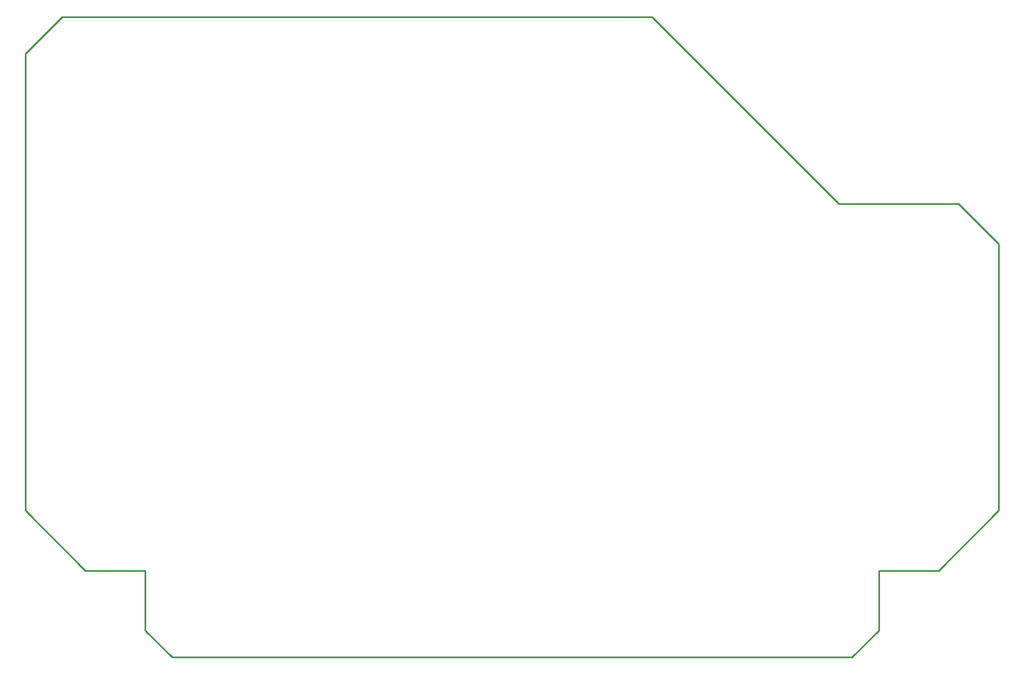
<source format=gbr>
G04*
G04 #@! TF.GenerationSoftware,Altium Limited,Altium Designer,23.2.1 (34)*
G04*
G04 Layer_Color=8388736*
%FSLAX25Y25*%
%MOIN*%
G70*
G04*
G04 #@! TF.SameCoordinates,91C23CEB-00FB-43FC-9C52-439D6A026708*
G04*
G04*
G04 #@! TF.FilePolarity,Positive*
G04*
G01*
G75*
%ADD14C,0.01000*%
D14*
X323000Y592500D02*
X344673Y614173D01*
X322835Y592500D02*
X322835Y322835D01*
X897638Y322835D02*
Y480315D01*
X862205Y287402D02*
X897638Y322835D01*
X826772Y287402D02*
X862205D01*
X322835Y322835D02*
X358268Y287402D01*
X393701D01*
X344673Y614173D02*
X692913D01*
X874016Y503937D02*
X897638Y480315D01*
X803150Y503937D02*
X874016D01*
X692913Y614173D02*
X803150Y503937D01*
X826772Y251969D02*
Y287402D01*
X811024Y236221D02*
X826772Y251969D01*
X409449Y236221D02*
X811024D01*
X393701Y251969D02*
X409449Y236221D01*
X393701Y251969D02*
Y287402D01*
M02*

</source>
